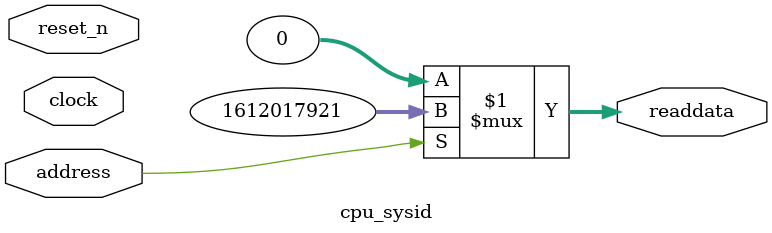
<source format=v>



// synthesis translate_off
`timescale 1ns / 1ps
// synthesis translate_on

// turn off superfluous verilog processor warnings 
// altera message_level Level1 
// altera message_off 10034 10035 10036 10037 10230 10240 10030 

module cpu_sysid (
               // inputs:
                address,
                clock,
                reset_n,

               // outputs:
                readdata
             )
;

  output  [ 31: 0] readdata;
  input            address;
  input            clock;
  input            reset_n;

  wire    [ 31: 0] readdata;
  //control_slave, which is an e_avalon_slave
  assign readdata = address ? 1612017921 : 0;

endmodule



</source>
